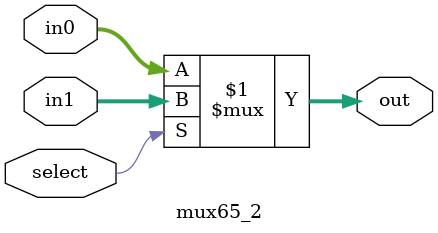
<source format=v>
module mux65_2(out, select, in0, in1);
    input select;
    input [64:0] in0, in1;
    output [64:0] out;
    assign out=select? in1 : in0;
endmodule
</source>
